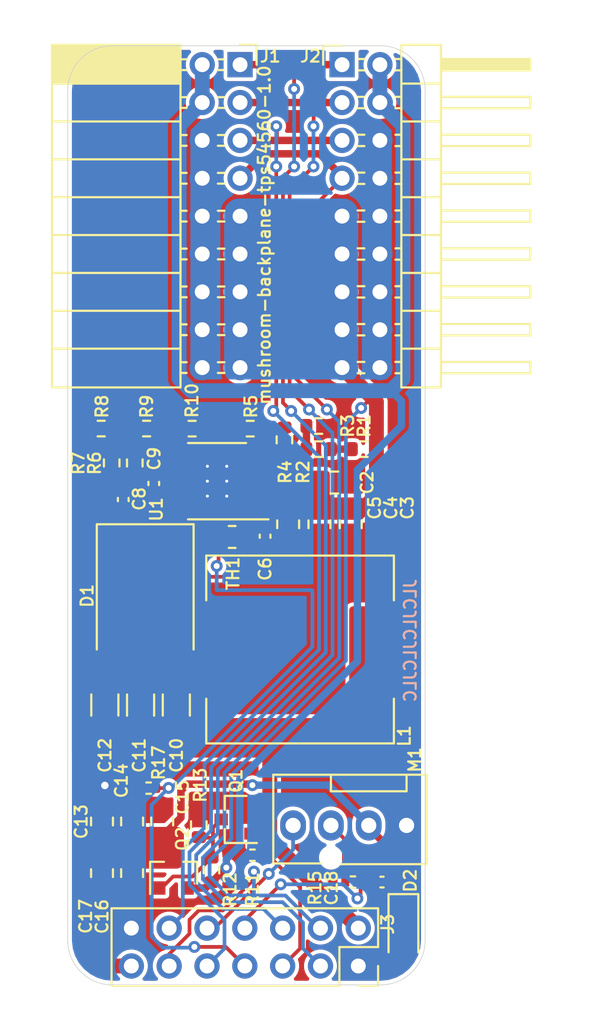
<source format=kicad_pcb>
(kicad_pcb (version 20171130) (host pcbnew "(5.1.9)-1")
  (layers (0 F.Cu signal) (31 B.Cu signal) (34 B.Paste user) (35 F.Paste user) (36 B.SilkS user) (37 F.SilkS user hide) (38 B.Mask user) (39 F.Mask user) (44 Edge.Cuts user))
  (net 0 "")
  (net 1 VIN)
  (net 2 GND)
  (net 3 "Net-(C6-Pad2)")
  (net 4 "Net-(C6-Pad1)")
  (net 5 "Net-(R1-Pad2)")
  (net 6 "Net-(R2-Pad2)")
  (net 7 "Net-(R4-Pad1)")
  (net 8 "Net-(R4-Pad2)")
  (net 9 "Net-(R6-Pad2)")
  (net 10 "Net-(R8-Pad2)")
  (net 11 FB)
  (net 12 "Net-(C9-Pad1)")
  (net 13 +12V)
  (net 14 SDA)
  (net 15 SCL)
  (net 16 "Net-(M1-Pad3)")
  (net 17 "Net-(Q1-Pad3)")
  (net 18 "Net-(C13-Pad2)")
  (net 19 STX)
  (net 20 SRX)
  (net 21 POWTMP)
  (net 22 FANFDB)
  (net 23 FANPWM)
  (net 24 FANDCC)
  (net 25 5VSMPS)
  (net 26 "Net-(C8-Pad1)")
  (module Resistor_SMD:R_0603_1608Metric (layer F.Cu) (at 96.8 120.76 90)
    (fp_text reference R13 (at 2.66 0.1 90) (layer F.SilkS) (effects (font (size 0.8 0.8))))
    (fp_text value 1.8k)
    (pad 1 smd roundrect (at -0.825 0 90) (size 0.8 0.95) (layers F.Cu F.Paste F.Mask) (net 17 "Net-(Q1-Pad3)"))
    (pad 2 smd roundrect (at 0.825 0 90) (size 0.8 0.95) (layers F.Cu F.Paste F.Mask) (net 2 GND))
  )
  (module Capacitor_SMD:C_0402_1005Metric (layer F.Cu) (at 101.25 101.4 270)
    (fp_text reference C6 (at 2.2 0 270) (layer F.SilkS) (effects (font (size 0.8 0.8))))
    (fp_text value 0.1uF)
    (pad 2 smd roundrect (at 0.48 0 270) (size 0.56 0.62) (layers F.Cu F.Paste F.Mask) (net 3 "Net-(C6-Pad2)"))
    (pad 1 smd roundrect (at -0.48 0 270) (size 0.56 0.62) (layers F.Cu F.Paste F.Mask) (net 4 "Net-(C6-Pad1)"))
  )
  (module Capacitor_SMD:C_0402_1005Metric (layer F.Cu) (at 91.725 98.94 270)
    (fp_text reference C8 (at -0.04 -1.075 90) (layer F.SilkS) (effects (font (size 0.8 0.8))))
    (fp_text value 4.7nF)
    (pad 1 smd roundrect (at -0.48 0 270) (size 0.56 0.62) (layers F.Cu F.Paste F.Mask) (net 26 "Net-(C8-Pad1)"))
    (pad 2 smd roundrect (at 0.48 0 270) (size 0.56 0.62) (layers F.Cu F.Paste F.Mask) (net 2 GND))
  )
  (module Capacitor_SMD:C_1206_3216Metric (layer F.Cu) (at 95.29 112.725 90)
    (fp_text reference C10 (at -3.375 0.01 270) (layer F.SilkS) (effects (font (size 0.8 0.8))))
    (fp_text value 47uF)
    (pad 2 smd roundrect (at 1.475 0 90) (size 1.15 1.8) (layers F.Cu F.Paste F.Mask) (roundrect_rratio 0.217391) (net 2 GND))
    (pad 1 smd roundrect (at -1.475 0 90) (size 1.15 1.8) (layers F.Cu F.Paste F.Mask) (roundrect_rratio 0.217391) (net 25 5VSMPS))
  )
  (module Capacitor_SMD:C_0402_1005Metric (layer F.Cu) (at 93.775 97.865 270)
    (fp_text reference C9 (at -1.665 -0.025 270) (layer F.SilkS) (effects (font (size 0.8 0.8))))
    (fp_text value 47pF)
    (pad 1 smd roundrect (at -0.48 0 270) (size 0.56 0.62) (layers F.Cu F.Paste F.Mask) (net 12 "Net-(C9-Pad1)"))
    (pad 2 smd roundrect (at 0.48 0 270) (size 0.56 0.62) (layers F.Cu F.Paste F.Mask) (net 2 GND))
  )
  (module Capacitor_SMD:C_1206_3216Metric (layer F.Cu) (at 92.89 112.73 90)
    (fp_text reference C11 (at -3.37 -0.09 270) (layer F.SilkS) (effects (font (size 0.8 0.8))))
    (fp_text value 47uF)
    (pad 1 smd roundrect (at -1.475 0 90) (size 1.15 1.8) (layers F.Cu F.Paste F.Mask) (roundrect_rratio 0.217391) (net 25 5VSMPS))
    (pad 2 smd roundrect (at 1.475 0 90) (size 1.15 1.8) (layers F.Cu F.Paste F.Mask) (roundrect_rratio 0.217391) (net 2 GND))
  )
  (module Capacitor_SMD:C_1206_3216Metric (layer F.Cu) (at 90.49 112.725 90)
    (fp_text reference C12 (at -3.375 0.01 270) (layer F.SilkS) (effects (font (size 0.8 0.8))))
    (fp_text value 47uF)
    (pad 2 smd roundrect (at 1.475 0 90) (size 1.15 1.8) (layers F.Cu F.Paste F.Mask) (roundrect_rratio 0.217391) (net 2 GND))
    (pad 1 smd roundrect (at -1.475 0 90) (size 1.15 1.8) (layers F.Cu F.Paste F.Mask) (roundrect_rratio 0.217391) (net 25 5VSMPS))
  )
  (module Diode_SMD:D_SMC (layer F.Cu) (at 93.2 105.4 270)
    (fp_text reference D1 (at 0 3.9 270) (layer F.SilkS) (effects (font (size 0.8 0.8))))
    (fp_text value B560C-13-F)
    (pad 1 smd rect (at -3.4 0) (size 3.3 2.5) (layers F.Cu F.Paste F.Mask) (net 3 "Net-(C6-Pad2)"))
    (pad 2 smd rect (at 3.4 0) (size 3.3 2.5) (layers F.Cu F.Paste F.Mask) (net 2 GND))
  )
  (module Inductor_SMD:L_12x12mm_H8mm (layer F.Cu) (at 103.6 109)
    (fp_text reference L1 (at 7 5.8 90) (layer F.SilkS) (effects (font (size 0.8 0.8))))
    (fp_text value 8.2uH)
    (pad 1 smd rect (at -4.95 0) (size 2.9 5.4) (layers F.Cu F.Paste F.Mask) (net 3 "Net-(C6-Pad2)"))
    (pad 2 smd rect (at 4.95 0) (size 2.9 5.4) (layers F.Cu F.Paste F.Mask) (net 25 5VSMPS))
  )
  (module Resistor_SMD:R_0603_1608Metric (layer F.Cu) (at 107.9 95.56 180)
    (fp_text reference R1 (at 0 1.56 90) (layer F.SilkS) (effects (font (size 0.8 0.8))))
    (fp_text value 430k)
    (pad 1 smd roundrect (at -0.825 0 180) (size 0.8 0.95) (layers F.Cu F.Paste F.Mask) (net 1 VIN))
    (pad 2 smd roundrect (at 0.825 0 180) (size 0.8 0.95) (layers F.Cu F.Paste F.Mask) (net 5 "Net-(R1-Pad2)"))
  )
  (module Resistor_SMD:R_0603_1608Metric (layer F.Cu) (at 104.85 95.56 180)
    (fp_text reference R2 (at 1.05 -1.54 90) (layer F.SilkS) (effects (font (size 0.8 0.8))))
    (fp_text value 11k)
    (pad 1 smd roundrect (at -0.825 0 180) (size 0.8 0.95) (layers F.Cu F.Paste F.Mask) (net 5 "Net-(R1-Pad2)"))
    (pad 2 smd roundrect (at 0.825 0 180) (size 0.8 0.95) (layers F.Cu F.Paste F.Mask) (net 6 "Net-(R2-Pad2)"))
  )
  (module Resistor_SMD:R_0603_1608Metric (layer F.Cu) (at 104.85 94.01)
    (fp_text reference R3 (at 1.95 -0.01 270) (layer F.SilkS) (effects (font (size 0.8 0.8))))
    (fp_text value 91k)
    (pad 2 smd roundrect (at 0.825 0) (size 0.8 0.95) (layers F.Cu F.Paste F.Mask) (net 2 GND))
    (pad 1 smd roundrect (at -0.825 0) (size 0.8 0.95) (layers F.Cu F.Paste F.Mask) (net 6 "Net-(R2-Pad2)"))
  )
  (module Resistor_SMD:R_0603_1608Metric (layer F.Cu) (at 102.55 94.935 90)
    (fp_text reference R4 (at -2.165 0.05 90) (layer F.SilkS) (effects (font (size 0.8 0.8))))
    (fp_text value 240k)
    (pad 1 smd roundrect (at -0.825 0 90) (size 0.8 0.95) (layers F.Cu F.Paste F.Mask) (net 7 "Net-(R4-Pad1)"))
    (pad 2 smd roundrect (at 0.825 0 90) (size 0.8 0.95) (layers F.Cu F.Paste F.Mask) (net 8 "Net-(R4-Pad2)"))
  )
  (module Resistor_SMD:R_0603_1608Metric (layer F.Cu) (at 100.25 94.185 180)
    (fp_text reference R5 (at -0.05 1.485 90) (layer F.SilkS) (effects (font (size 0.8 0.8))))
    (fp_text value 3.9k)
    (pad 2 smd roundrect (at 0.825 0 180) (size 0.8 0.95) (layers F.Cu F.Paste F.Mask) (net 2 GND))
    (pad 1 smd roundrect (at -0.825 0 180) (size 0.8 0.95) (layers F.Cu F.Paste F.Mask) (net 8 "Net-(R4-Pad2)"))
  )
  (module Resistor_SMD:R_0603_1608Metric (layer F.Cu) (at 92.5 96.485 90)
    (fp_text reference R6 (at -0.015 -2.7 270) (layer F.SilkS) (effects (font (size 0.8 0.8))))
    (fp_text value 16k)
    (pad 1 smd roundrect (at -0.825 0 90) (size 0.8 0.95) (layers F.Cu F.Paste F.Mask) (net 12 "Net-(C9-Pad1)"))
    (pad 2 smd roundrect (at 0.825 0 90) (size 0.8 0.95) (layers F.Cu F.Paste F.Mask) (net 9 "Net-(R6-Pad2)"))
  )
  (module Resistor_SMD:R_0603_1608Metric (layer F.Cu) (at 90.95 96.485 270)
    (fp_text reference R7 (at 0.015 2.25 270) (layer F.SilkS) (effects (font (size 0.8 0.8))))
    (fp_text value 820)
    (pad 2 smd roundrect (at 0.825 0 270) (size 0.8 0.95) (layers F.Cu F.Paste F.Mask) (net 26 "Net-(C8-Pad1)"))
    (pad 1 smd roundrect (at -0.825 0 270) (size 0.8 0.95) (layers F.Cu F.Paste F.Mask) (net 9 "Net-(R6-Pad2)"))
  )
  (module Resistor_SMD:R_0603_1608Metric (layer F.Cu) (at 90.245 94.18)
    (fp_text reference R8 (at 0.055 -1.48 90) (layer F.SilkS) (effects (font (size 0.8 0.8))))
    (fp_text value 110k)
    (pad 1 smd roundrect (at -0.825 0) (size 0.8 0.95) (layers F.Cu F.Paste F.Mask) (net 25 5VSMPS))
    (pad 2 smd roundrect (at 0.825 0) (size 0.8 0.95) (layers F.Cu F.Paste F.Mask) (net 10 "Net-(R8-Pad2)"))
  )
  (module Resistor_SMD:R_0603_1608Metric (layer F.Cu) (at 93.295 94.18)
    (fp_text reference R9 (at 0.005 -1.48 270) (layer F.SilkS) (effects (font (size 0.8 0.8))))
    (fp_text value 5.6k)
    (pad 2 smd roundrect (at 0.825 0) (size 0.8 0.95) (layers F.Cu F.Paste F.Mask) (net 11 FB))
    (pad 1 smd roundrect (at -0.825 0) (size 0.8 0.95) (layers F.Cu F.Paste F.Mask) (net 10 "Net-(R8-Pad2)"))
  )
  (module Resistor_SMD:R_0603_1608Metric (layer F.Cu) (at 96.35 94.185)
    (fp_text reference R10 (at -0.01 -1.885 90) (layer F.SilkS) (effects (font (size 0.8 0.8))))
    (fp_text value 22k)
    (pad 2 smd roundrect (at 0.825 0) (size 0.8 0.95) (layers F.Cu F.Paste F.Mask) (net 2 GND))
    (pad 1 smd roundrect (at -0.825 0) (size 0.8 0.95) (layers F.Cu F.Paste F.Mask) (net 11 FB))
  )
  (module Package_SO:SOIC-8-1EP_3.9x4.9mm_P1.27mm_EP2.29x3mm_ThermalVias (layer F.Cu) (at 98.025 97.71 180)
    (fp_text reference U1 (at 4.075 -1.89 90) (layer F.SilkS) (effects (font (size 0.8 0.8))))
    (fp_text value TPS54560)
    (pad 1 smd roundrect (at -2.475 -1.905 180) (size 1.95 0.6) (layers F.Cu F.Paste F.Mask) (net 4 "Net-(C6-Pad1)"))
    (pad 2 smd roundrect (at -2.475 -0.635 180) (size 1.95 0.6) (layers F.Cu F.Paste F.Mask) (net 1 VIN))
    (pad 3 smd roundrect (at -2.475 0.635 180) (size 1.95 0.6) (layers F.Cu F.Paste F.Mask) (net 6 "Net-(R2-Pad2)"))
    (pad 4 smd roundrect (at -2.475 1.905 180) (size 1.95 0.6) (layers F.Cu F.Paste F.Mask) (net 7 "Net-(R4-Pad1)"))
    (pad 5 smd roundrect (at 2.475 1.905 180) (size 1.95 0.6) (layers F.Cu F.Paste F.Mask) (net 11 FB))
    (pad 6 smd roundrect (at 2.475 0.635 180) (size 1.95 0.6) (layers F.Cu F.Paste F.Mask) (net 12 "Net-(C9-Pad1)"))
    (pad 7 smd roundrect (at 2.475 -0.635 180) (size 1.95 0.6) (layers F.Cu F.Paste F.Mask) (net 2 GND))
    (pad 8 smd roundrect (at 2.475 -1.905 180) (size 1.95 0.6) (layers F.Cu F.Paste F.Mask) (net 3 "Net-(C6-Pad2)"))
    (pad 9 smd rect (at 0 0 180) (size 2.29 3) (layers F.Cu F.Mask) (net 2 GND))
    (pad 9 thru_hole circle (at -0.65 -1 180) (size 0.5 0.5) (drill 0.2) (layers *.Cu) (net 2 GND))
    (pad 9 thru_hole circle (at 0.65 -1 180) (size 0.5 0.5) (drill 0.2) (layers *.Cu) (net 2 GND))
    (pad 9 thru_hole circle (at -0.65 0 180) (size 0.5 0.5) (drill 0.2) (layers *.Cu) (net 2 GND))
    (pad 9 thru_hole circle (at 0.65 0 180) (size 0.5 0.5) (drill 0.2) (layers *.Cu) (net 2 GND))
    (pad 9 thru_hole circle (at -0.65 1 180) (size 0.5 0.5) (drill 0.2) (layers *.Cu) (net 2 GND))
    (pad 9 thru_hole circle (at 0.65 1 180) (size 0.5 0.5) (drill 0.2) (layers *.Cu) (net 2 GND))
    (pad 9 smd rect (at 0 0 180) (size 1.8 2.5) (layers B.Cu) (net 2 GND))
  )
  (module Connector:FanPinHeader_1x04_P2.54mm_Vertical (layer F.Cu) (at 110.75 120.8 180)
    (fp_text reference M1 (at -0.55 4.4 90) (layer F.SilkS) (effects (font (size 0.8 0.8))))
    (fp_text value "KK 254")
    (pad 1 thru_hole rect (at 0 0 270) (size 2.03 1.73) (drill 1.02) (layers *.Cu *.Mask) (net 2 GND))
    (pad 2 thru_hole oval (at 2.54 0 270) (size 2.03 1.73) (drill 1.02) (layers *.Cu *.Mask) (net 18 "Net-(C13-Pad2)"))
    (pad 3 thru_hole oval (at 5.08 0 270) (size 2.03 1.73) (drill 1.02) (layers *.Cu *.Mask) (net 16 "Net-(M1-Pad3)"))
    (pad 4 thru_hole oval (at 7.62 0 270) (size 2.03 1.73) (drill 1.02) (layers *.Cu *.Mask) (net 23 FANPWM))
    (pad "" np_thru_hole circle (at 5.08 -2.16 270) (size 1.1 1.1) (drill 1.1) (layers *.Cu *.Mask))
  )
  (module Package_TO_SOT_SMD:SOT-23 (layer F.Cu) (at 99.3 120.4 180)
    (fp_text reference Q1 (at 0 2.6 90) (layer F.SilkS) (effects (font (size 0.8 0.8))))
    (fp_text value AO3400A)
    (pad 3 smd rect (at 1 0 180) (size 0.9 0.8) (layers F.Cu F.Paste F.Mask) (net 17 "Net-(Q1-Pad3)"))
    (pad 2 smd rect (at -1 0.95 180) (size 0.9 0.8) (layers F.Cu F.Paste F.Mask) (net 2 GND))
    (pad 1 smd rect (at -1 -0.95 180) (size 0.9 0.8) (layers F.Cu F.Paste F.Mask) (net 24 FANDCC))
  )
  (module Package_TO_SOT_SMD:SOT-23 (layer F.Cu) (at 95.11 124 90)
    (fp_text reference Q2 (at 2.3 0.59 90) (layer F.SilkS) (effects (font (size 0.8 0.8))))
    (fp_text value SI2301CDS-T1-GE3)
    (pad 1 smd rect (at -1 -0.95 90) (size 0.9 0.8) (layers F.Cu F.Paste F.Mask) (net 17 "Net-(Q1-Pad3)"))
    (pad 2 smd rect (at -1 0.95 90) (size 0.9 0.8) (layers F.Cu F.Paste F.Mask) (net 13 +12V))
    (pad 3 smd rect (at 1 0 90) (size 0.9 0.8) (layers F.Cu F.Paste F.Mask) (net 18 "Net-(C13-Pad2)"))
  )
  (module Resistor_SMD:R_0402_1005Metric (layer F.Cu) (at 107.15 124.6)
    (fp_text reference R15 (at -2.55 0.4 90) (layer F.SilkS) (effects (font (size 0.8 0.8))))
    (fp_text value 10k)
    (pad 1 smd roundrect (at -0.51 0) (size 0.54 0.64) (layers F.Cu F.Paste F.Mask) (net 16 "Net-(M1-Pad3)"))
    (pad 2 smd roundrect (at 0.51 0) (size 0.54 0.64) (layers F.Cu F.Paste F.Mask) (net 22 FANFDB))
  )
  (module Capacitor_SMD:C_0805_2012Metric (layer F.Cu) (at 90.3 120.536 270)
    (fp_text reference C13 (at 0.014 1.4 270) (layer F.SilkS) (effects (font (size 0.8 0.8))))
    (fp_text value 22uF)
    (pad 1 smd roundrect (at -0.95 0 270) (size 1 1.45) (layers F.Cu F.Paste F.Mask) (net 2 GND))
    (pad 2 smd roundrect (at 0.95 0 270) (size 1 1.45) (layers F.Cu F.Paste F.Mask) (net 18 "Net-(C13-Pad2)"))
  )
  (module Capacitor_SMD:C_0805_2012Metric (layer F.Cu) (at 92.32 120.536 270)
    (fp_text reference C14 (at -2.736 0.72 270) (layer F.SilkS) (effects (font (size 0.8 0.8))))
    (fp_text value 22uF)
    (pad 1 smd roundrect (at -0.95 0 270) (size 1 1.45) (layers F.Cu F.Paste F.Mask) (net 2 GND))
    (pad 2 smd roundrect (at 0.95 0 270) (size 1 1.45) (layers F.Cu F.Paste F.Mask) (net 18 "Net-(C13-Pad2)"))
  )
  (module Capacitor_SMD:C_0805_2012Metric (layer F.Cu) (at 94.34 120.536 270)
    (fp_text reference C15 (at -1.636 -1.36 270) (layer F.SilkS) (effects (font (size 0.8 0.8))))
    (fp_text value 22uF)
    (pad 2 smd roundrect (at 0.95 0 270) (size 1 1.45) (layers F.Cu F.Paste F.Mask) (net 18 "Net-(C13-Pad2)"))
    (pad 1 smd roundrect (at -0.95 0 270) (size 1 1.45) (layers F.Cu F.Paste F.Mask) (net 2 GND))
  )
  (module Capacitor_SMD:C_0805_2012Metric (layer F.Cu) (at 92.32 124 90)
    (fp_text reference C16 (at -2.914 -2.02 90) (layer F.SilkS) (effects (font (size 0.8 0.8))))
    (fp_text value 22uF)
    (pad 1 smd roundrect (at -0.95 0 90) (size 1 1.45) (layers F.Cu F.Paste F.Mask) (net 2 GND))
    (pad 2 smd roundrect (at 0.95 0 90) (size 1 1.45) (layers F.Cu F.Paste F.Mask) (net 18 "Net-(C13-Pad2)"))
  )
  (module Capacitor_SMD:C_0805_2012Metric (layer F.Cu) (at 90.3 124 90)
    (fp_text reference C17 (at -2.9 -1.1 270) (layer F.SilkS) (effects (font (size 0.8 0.8))))
    (fp_text value 22uF)
    (pad 2 smd roundrect (at 0.95 0 90) (size 1 1.45) (layers F.Cu F.Paste F.Mask) (net 18 "Net-(C13-Pad2)"))
    (pad 1 smd roundrect (at -0.95 0 90) (size 1 1.45) (layers F.Cu F.Paste F.Mask) (net 2 GND))
  )
  (module Resistor_SMD:R_0402_1005Metric (layer F.Cu) (at 93.43 118.3 180)
    (fp_text reference R17 (at -0.67 1.7 90) (layer F.SilkS) (effects (font (size 0.8 0.8))))
    (fp_text value 10k)
    (pad 2 smd roundrect (at 0.51 0 180) (size 0.54 0.64) (layers F.Cu F.Paste F.Mask) (net 2 GND))
    (pad 1 smd roundrect (at -0.51 0 180) (size 0.54 0.64) (layers F.Cu F.Paste F.Mask) (net 21 POWTMP))
  )
  (module Resistor_SMD:R_0805_2012Metric (layer F.Cu) (at 99.0375 101.45 180)
    (fp_text reference TH1 (at -0.0625 -2.45 90) (layer F.SilkS) (effects (font (size 0.8 0.8))))
    (fp_text value CMFB103F3950FANT)
    (pad 1 smd roundrect (at -0.9125 0 180) (size 1.025 1.4) (layers F.Cu F.Paste F.Mask) (roundrect_rratio 0.243902) (net 2 GND))
    (pad 2 smd roundrect (at 0.9125 0 180) (size 1.025 1.4) (layers F.Cu F.Paste F.Mask) (roundrect_rratio 0.243902) (net 21 POWTMP))
  )
  (module Capacitor_SMD:C_0402_1005Metric (layer F.Cu) (at 109.1 124.6)
    (fp_text reference C18 (at -3.4 0.4 90) (layer F.SilkS) (effects (font (size 0.8 0.8))))
    (fp_text value 6.8nF)
    (pad 1 smd roundrect (at -0.48 0) (size 0.56 0.62) (layers F.Cu F.Paste F.Mask) (net 22 FANFDB))
    (pad 2 smd roundrect (at 0.48 0) (size 0.56 0.62) (layers F.Cu F.Paste F.Mask) (net 2 GND))
  )
  (module Resistor_SMD:R_0402_1005Metric (layer F.Cu) (at 100.4 122.8 180)
    (fp_text reference R11 (at 0 -2.3 90) (layer F.SilkS) (effects (font (size 0.8 0.8))))
    (fp_text value 10k)
    (pad 1 smd roundrect (at -0.51 0 180) (size 0.54 0.64) (layers F.Cu F.Paste F.Mask) (net 24 FANDCC))
    (pad 2 smd roundrect (at 0.51 0 180) (size 0.54 0.64) (layers F.Cu F.Paste F.Mask) (net 2 GND))
  )
  (module Capacitor_SMD:C_0805_2012Metric (layer F.Cu) (at 105.9 97.8)
    (fp_text reference C2 (at 2.2 0 90) (layer F.SilkS) (effects (font (size 0.8 0.8))))
    (fp_text value 2.2uF)
    (pad 2 smd roundrect (at 0.95 0) (size 1 1.45) (layers F.Cu F.Paste F.Mask) (net 2 GND))
    (pad 1 smd roundrect (at -0.95 0) (size 1 1.45) (layers F.Cu F.Paste F.Mask) (net 1 VIN))
  )
  (module Capacitor_SMD:C_0805_2012Metric (layer F.Cu) (at 107 100.6 270)
    (fp_text reference C3 (at -1.1 -3.8 90) (layer F.SilkS) (effects (font (size 0.8 0.8))))
    (fp_text value 2.2uF)
    (pad 1 smd roundrect (at -0.95 0 270) (size 1 1.45) (layers F.Cu F.Paste F.Mask) (net 1 VIN))
    (pad 2 smd roundrect (at 0.95 0 270) (size 1 1.45) (layers F.Cu F.Paste F.Mask) (net 2 GND))
  )
  (module Capacitor_SMD:C_0805_2012Metric (layer F.Cu) (at 104.9 100.6 270)
    (fp_text reference C4 (at -1.1 -4.8 90) (layer F.SilkS) (effects (font (size 0.8 0.8))))
    (fp_text value 2.2uF)
    (pad 2 smd roundrect (at 0.95 0 270) (size 1 1.45) (layers F.Cu F.Paste F.Mask) (net 2 GND))
    (pad 1 smd roundrect (at -0.95 0 270) (size 1 1.45) (layers F.Cu F.Paste F.Mask) (net 1 VIN))
  )
  (module Capacitor_SMD:C_0805_2012Metric (layer F.Cu) (at 102.8 100.6 270)
    (fp_text reference C5 (at -1.1 -5.8 90) (layer F.SilkS) (effects (font (size 0.8 0.8))))
    (fp_text value 2.2uF)
    (pad 1 smd roundrect (at -0.95 0 270) (size 1 1.45) (layers F.Cu F.Paste F.Mask) (net 1 VIN))
    (pad 2 smd roundrect (at 0.95 0 270) (size 1 1.45) (layers F.Cu F.Paste F.Mask) (net 2 GND))
  )
  (module Diode_SMD:D_SOD-123 (layer F.Cu) (at 110.54 127.66 270)
    (fp_text reference D2 (at -3.16 -0.46 90) (layer F.SilkS) (effects (font (size 0.8 0.8))))
    (fp_text value B5819W)
    (pad 1 smd rect (at -1.65 0 270) (size 0.9 1.2) (layers F.Cu F.Paste F.Mask) (net 18 "Net-(C13-Pad2)"))
    (pad 2 smd rect (at 1.65 0 270) (size 0.9 1.2) (layers F.Cu F.Paste F.Mask) (net 2 GND))
  )
  (module Resistor_SMD:R_0603_1608Metric (layer F.Cu) (at 97.65 123.78 90)
    (fp_text reference R12 (at -1.32 1.25 90) (layer F.SilkS) (effects (font (size 0.8 0.8))))
    (fp_text value 1k)
    (pad 2 smd roundrect (at 0.825 0 90) (size 0.8 0.95) (layers F.Cu F.Paste F.Mask) (net 17 "Net-(Q1-Pad3)"))
    (pad 1 smd roundrect (at -0.825 0 90) (size 0.8 0.95) (layers F.Cu F.Paste F.Mask) (net 13 +12V))
  )
  (module Connector_PinSocket_2.54mm:PinSocket_2x07_P2.54mm_Vertical (layer F.Cu) (at 107.51 130.23 270)
    (fp_text reference J3 (at -2.81 -1.97 90) (layer F.SilkS) (effects (font (size 0.8 0.8))))
    (fp_text value BACKPLANE)
    (pad 1 thru_hole rect (at 0 0 270) (size 1.7 1.7) (drill 1) (layers *.Cu *.Mask) (net 2 GND))
    (pad 2 thru_hole oval (at -2.54 0 270) (size 1.7 1.7) (drill 1) (layers *.Cu *.Mask) (net 25 5VSMPS))
    (pad 3 thru_hole oval (at 0 2.54 270) (size 1.7 1.7) (drill 1) (layers *.Cu *.Mask) (net 15 SCL))
    (pad 4 thru_hole oval (at -2.54 2.54 270) (size 1.7 1.7) (drill 1) (layers *.Cu *.Mask) (net 1 VIN))
    (pad 5 thru_hole oval (at 0 5.08 270) (size 1.7 1.7) (drill 1) (layers *.Cu *.Mask) (net 24 FANDCC))
    (pad 6 thru_hole oval (at -2.54 5.08 270) (size 1.7 1.7) (drill 1) (layers *.Cu *.Mask) (net 20 SRX))
    (pad 7 thru_hole oval (at 0 7.62 270) (size 1.7 1.7) (drill 1) (layers *.Cu *.Mask) (net 21 POWTMP))
    (pad 8 thru_hole oval (at -2.54 7.62 270) (size 1.7 1.7) (drill 1) (layers *.Cu *.Mask) (net 22 FANFDB))
    (pad 9 thru_hole oval (at 0 10.16 270) (size 1.7 1.7) (drill 1) (layers *.Cu *.Mask) (net 19 STX))
    (pad 10 thru_hole oval (at -2.54 10.16 270) (size 1.7 1.7) (drill 1) (layers *.Cu *.Mask) (net 23 FANPWM))
    (pad 11 thru_hole oval (at 0 12.7 270) (size 1.7 1.7) (drill 1) (layers *.Cu *.Mask) (net 1 VIN))
    (pad 12 thru_hole oval (at -2.54 12.7 270) (size 1.7 1.7) (drill 1) (layers *.Cu *.Mask) (net 14 SDA))
    (pad 13 thru_hole oval (at 0 15.24 270) (size 1.7 1.7) (drill 1) (layers *.Cu *.Mask) (net 25 5VSMPS))
    (pad 14 thru_hole oval (at -2.54 15.24 270) (size 1.7 1.7) (drill 1) (layers *.Cu *.Mask) (net 2 GND))
  )
  (module Connector_PinSocket_2.54mm:PinSocket_2x09_P2.54mm_Horizontal (layer F.Cu) (at 99.57 69.77)
    (fp_text reference J1 (at 2.03 -0.57) (layer F.SilkS) (effects (font (size 0.8 0.8))))
    (fp_text value BUSOUT)
    (pad 1 thru_hole rect (at 0 0) (size 1.7 1.7) (drill 1) (layers *.Cu *.Mask) (net 19 STX))
    (pad 2 thru_hole oval (at -2.54 0) (size 1.7 1.7) (drill 1) (layers *.Cu *.Mask) (net 13 +12V))
    (pad 3 thru_hole oval (at 0 2.54) (size 1.7 1.7) (drill 1) (layers *.Cu *.Mask) (net 20 SRX))
    (pad 4 thru_hole oval (at -2.54 2.54) (size 1.7 1.7) (drill 1) (layers *.Cu *.Mask) (net 13 +12V))
    (pad 5 thru_hole oval (at 0 5.08) (size 1.7 1.7) (drill 1) (layers *.Cu *.Mask) (net 14 SDA))
    (pad 6 thru_hole oval (at -2.54 5.08) (size 1.7 1.7) (drill 1) (layers *.Cu *.Mask) (net 2 GND))
    (pad 7 thru_hole oval (at 0 7.62) (size 1.7 1.7) (drill 1) (layers *.Cu *.Mask) (net 15 SCL))
    (pad 8 thru_hole oval (at -2.54 7.62) (size 1.7 1.7) (drill 1) (layers *.Cu *.Mask) (net 2 GND))
    (pad 9 thru_hole oval (at 0 10.16) (size 1.7 1.7) (drill 1) (layers *.Cu *.Mask) (net 1 VIN))
    (pad 10 thru_hole oval (at -2.54 10.16) (size 1.7 1.7) (drill 1) (layers *.Cu *.Mask) (net 2 GND))
    (pad 11 thru_hole oval (at 0 12.7) (size 1.7 1.7) (drill 1) (layers *.Cu *.Mask) (net 1 VIN))
    (pad 12 thru_hole oval (at -2.54 12.7) (size 1.7 1.7) (drill 1) (layers *.Cu *.Mask) (net 2 GND))
    (pad 13 thru_hole oval (at 0 15.24) (size 1.7 1.7) (drill 1) (layers *.Cu *.Mask) (net 1 VIN))
    (pad 14 thru_hole oval (at -2.54 15.24) (size 1.7 1.7) (drill 1) (layers *.Cu *.Mask) (net 2 GND))
    (pad 15 thru_hole oval (at 0 17.78) (size 1.7 1.7) (drill 1) (layers *.Cu *.Mask) (net 1 VIN))
    (pad 16 thru_hole oval (at -2.54 17.78) (size 1.7 1.7) (drill 1) (layers *.Cu *.Mask) (net 2 GND))
    (pad 17 thru_hole oval (at 0 20.32) (size 1.7 1.7) (drill 1) (layers *.Cu *.Mask) (net 1 VIN))
    (pad 18 thru_hole oval (at -2.54 20.32) (size 1.7 1.7) (drill 1) (layers *.Cu *.Mask) (net 2 GND))
  )
  (module Connector_PinHeader_2.54mm:PinHeader_2x09_P2.54mm_Horizontal (layer F.Cu) (at 106.42 69.77)
    (fp_text reference J2 (at -2.12 -0.57) (layer F.SilkS) (effects (font (size 0.8 0.8))))
    (fp_text value BUSIN)
    (pad 1 thru_hole rect (at 0 0) (size 1.7 1.7) (drill 1) (layers *.Cu *.Mask) (net 19 STX))
    (pad 2 thru_hole oval (at 2.54 0) (size 1.7 1.7) (drill 1) (layers *.Cu *.Mask) (net 13 +12V))
    (pad 3 thru_hole oval (at 0 2.54) (size 1.7 1.7) (drill 1) (layers *.Cu *.Mask) (net 20 SRX))
    (pad 4 thru_hole oval (at 2.54 2.54) (size 1.7 1.7) (drill 1) (layers *.Cu *.Mask) (net 13 +12V))
    (pad 5 thru_hole oval (at 0 5.08) (size 1.7 1.7) (drill 1) (layers *.Cu *.Mask) (net 14 SDA))
    (pad 6 thru_hole oval (at 2.54 5.08) (size 1.7 1.7) (drill 1) (layers *.Cu *.Mask) (net 2 GND))
    (pad 7 thru_hole oval (at 0 7.62) (size 1.7 1.7) (drill 1) (layers *.Cu *.Mask) (net 15 SCL))
    (pad 8 thru_hole oval (at 2.54 7.62) (size 1.7 1.7) (drill 1) (layers *.Cu *.Mask) (net 2 GND))
    (pad 9 thru_hole oval (at 0 10.16) (size 1.7 1.7) (drill 1) (layers *.Cu *.Mask) (net 1 VIN))
    (pad 10 thru_hole oval (at 2.54 10.16) (size 1.7 1.7) (drill 1) (layers *.Cu *.Mask) (net 2 GND))
    (pad 11 thru_hole oval (at 0 12.7) (size 1.7 1.7) (drill 1) (layers *.Cu *.Mask) (net 1 VIN))
    (pad 12 thru_hole oval (at 2.54 12.7) (size 1.7 1.7) (drill 1) (layers *.Cu *.Mask) (net 2 GND))
    (pad 13 thru_hole oval (at 0 15.24) (size 1.7 1.7) (drill 1) (layers *.Cu *.Mask) (net 1 VIN))
    (pad 14 thru_hole oval (at 2.54 15.24) (size 1.7 1.7) (drill 1) (layers *.Cu *.Mask) (net 2 GND))
    (pad 15 thru_hole oval (at 0 17.78) (size 1.7 1.7) (drill 1) (layers *.Cu *.Mask) (net 1 VIN))
    (pad 16 thru_hole oval (at 2.54 17.78) (size 1.7 1.7) (drill 1) (layers *.Cu *.Mask) (net 2 GND))
    (pad 17 thru_hole oval (at 0 20.32) (size 1.7 1.7) (drill 1) (layers *.Cu *.Mask) (net 1 VIN))
    (pad 18 thru_hole oval (at 2.54 20.32) (size 1.7 1.7) (drill 1) (layers *.Cu *.Mask) (net 2 GND))
  )
  (gr_text mushroom-backplane-tps54560-1.0 (at 101.2 81.2 90) (layer F.SilkS) (effects (font (size 0.8 0.8))))
  (gr_text JLCJLCJLCJLC (at 111 108.4 90) (layer B.SilkS) (effects (font (size 0.8 0.8)) (justify mirror)))
  (gr_arc (start 91 128.5) (end 88 128.5) (angle -90) (layer Edge.Cuts) (width 0.05))
  (gr_arc (start 109 128.5) (end 109 131.5) (angle -90) (layer Edge.Cuts) (width 0.05))
  (gr_arc (start 91 71.5) (end 91 68.5) (angle -90) (layer Edge.Cuts) (width 0.05))
  (gr_arc (start 109 71.5) (end 112 71.5) (angle -90) (layer Edge.Cuts) (width 0.05))
  (gr_line (start 88 128.5) (end 88 71.5) (layer Edge.Cuts) (width 0.05))
  (gr_line (start 109 131.5) (end 91 131.5) (layer Edge.Cuts) (width 0.05))
  (gr_line (start 112 71.5) (end 112 128.5) (layer Edge.Cuts) (width 0.05))
  (gr_line (start 91 68.5) (end 109 68.5) (layer Edge.Cuts) (width 0.05))
  (via (at 100.5 123.9) (size 0.8) (drill 0.4) (layers F.Cu B.Cu) (net 1))
  (segment (start 104.97 127.66459) (end 104.97 127.69) (width 0.25) (layer B.Cu) (net 1))
  (segment (start 104.805412 127.69) (end 104.97 127.69) (width 0.25) (layer B.Cu) (net 1))
  (segment (start 102.615393 125.499981) (end 104.805412 127.69) (width 0.25) (layer B.Cu) (net 1))
  (segment (start 98.41359 126.5) (end 100.5 124.41359) (width 0.25) (layer F.Cu) (net 1))
  (segment (start 96.800998 126.5) (end 98.41359 126.5) (width 0.25) (layer F.Cu) (net 1))
  (segment (start 96.174999 127.125999) (end 96.800998 126.5) (width 0.25) (layer F.Cu) (net 1))
  (segment (start 96.174999 128.064003) (end 96.174999 127.125999) (width 0.25) (layer F.Cu) (net 1))
  (segment (start 100.5 124.41359) (end 100.5 123.9) (width 0.25) (layer F.Cu) (net 1))
  (segment (start 94.81 129.429002) (end 96.174999 128.064003) (width 0.25) (layer F.Cu) (net 1))
  (segment (start 94.81 130.23) (end 94.81 129.429002) (width 0.25) (layer F.Cu) (net 1))
  (segment (start 100.5 125.499962) (end 100.499981 125.499981) (width 0.25) (layer B.Cu) (net 1))
  (segment (start 100.5 123.9) (end 100.5 125.499962) (width 0.25) (layer B.Cu) (net 1))
  (segment (start 100.499981 125.499981) (end 102.615393 125.499981) (width 0.25) (layer B.Cu) (net 1))
  (segment (start 106.4 87.57) (end 106.42 87.55) (width 1) (layer F.Cu) (net 1))
  (segment (start 108.6 93) (end 108.725 93.125) (width 0.25) (layer F.Cu) (net 1))
  (segment (start 108.725 93.125) (end 108.725 92.395) (width 1) (layer F.Cu) (net 1))
  (segment (start 108.725 95.56) (end 108.725 93.125) (width 1) (layer F.Cu) (net 1))
  (segment (start 98.974989 117.453823) (end 106.674991 109.753821) (width 0.25) (layer B.Cu) (net 1))
  (segment (start 98.974989 121.704009) (end 98.974989 117.453823) (width 0.25) (layer B.Cu) (net 1))
  (segment (start 97.525029 123.153969) (end 98.974989 121.704009) (width 0.25) (layer B.Cu) (net 1))
  (segment (start 98.799981 125.499981) (end 97.525029 124.225029) (width 0.25) (layer B.Cu) (net 1))
  (segment (start 97.525029 124.225029) (end 97.525029 123.153969) (width 0.25) (layer B.Cu) (net 1))
  (segment (start 100.499981 125.499981) (end 98.799981 125.499981) (width 0.25) (layer B.Cu) (net 1))
  (via (at 107.7 92.8) (size 0.8) (drill 0.4) (layers F.Cu B.Cu) (net 1))
  (segment (start 106.674991 93.825009) (end 107.7 92.8) (width 0.25) (layer B.Cu) (net 1))
  (segment (start 106.674991 97.074991) (end 106.674991 93.825009) (width 0.25) (layer B.Cu) (net 1))
  (segment (start 106.674991 109.753821) (end 106.674991 97.074991) (width 0.25) (layer B.Cu) (net 1))
  (segment (start 107.7 92.8) (end 108.415 92.085) (width 0.25) (layer F.Cu) (net 1))
  (segment (start 108.415 92.085) (end 106.42 90.09) (width 1) (layer F.Cu) (net 1))
  (segment (start 108.725 92.395) (end 108.415 92.085) (width 1) (layer F.Cu) (net 1))
  (segment (start 108.725 97.925) (end 108.725 95.56) (width 1) (layer F.Cu) (net 1))
  (segment (start 108.725 98.65) (end 108.725 97.925) (width 1) (layer F.Cu) (net 1))
  (segment (start 107.725 99.65) (end 108.725 98.65) (width 1) (layer F.Cu) (net 1))
  (segment (start 107 99.65) (end 107.725 99.65) (width 1) (layer F.Cu) (net 1))
  (via (at 90.49 118.12) (size 1) (drill 0.5) (layers F.Cu B.Cu) (net 2))
  (segment (start 95.6 99.665) (end 95.55 99.615) (width 0.5) (layer F.Cu) (net 3))
  (segment (start 93.67501 102.47501) (end 93.2 102) (width 0.25) (layer F.Cu) (net 3))
  (segment (start 101.25 101.88) (end 100.65499 102.47501) (width 0.25) (layer F.Cu) (net 3))
  (segment (start 99.004999 104.125001) (end 96.125001 104.125001) (width 0.25) (layer F.Cu) (net 3))
  (segment (start 100.65499 102.47501) (end 99.004999 104.125001) (width 0.25) (layer F.Cu) (net 3))
  (segment (start 101.25 100.365) (end 100.5 99.615) (width 0.5) (layer F.Cu) (net 4))
  (segment (start 101.25 100.92) (end 101.25 100.365) (width 0.5) (layer F.Cu) (net 4))
  (segment (start 105.675 95.56) (end 107.075 95.56) (width 0.5) (layer F.Cu) (net 5))
  (segment (start 104.025 96.035) (end 104.025 95.56) (width 0.5) (layer F.Cu) (net 6))
  (segment (start 102.985 97.075) (end 104.025 96.035) (width 0.5) (layer F.Cu) (net 6))
  (segment (start 100.5 97.075) (end 102.985 97.075) (width 0.5) (layer F.Cu) (net 6))
  (segment (start 104.025 94.16) (end 104.1 94.085) (width 0.5) (layer F.Cu) (net 6))
  (segment (start 104.025 95.56) (end 104.025 94.16) (width 0.5) (layer F.Cu) (net 6))
  (segment (start 100.545 95.76) (end 100.5 95.805) (width 0.5) (layer F.Cu) (net 7))
  (segment (start 102.55 95.76) (end 100.545 95.76) (width 0.5) (layer F.Cu) (net 7))
  (segment (start 101.15 94.11) (end 101.075 94.185) (width 0.5) (layer F.Cu) (net 8))
  (segment (start 102.55 94.11) (end 101.15 94.11) (width 0.5) (layer F.Cu) (net 8))
  (segment (start 90.95 95.66) (end 92.5 95.66) (width 0.5) (layer F.Cu) (net 9))
  (segment (start 92.47 94.18) (end 91.07 94.18) (width 0.5) (layer F.Cu) (net 10))
  (segment (start 95.55 94.21) (end 95.525 94.185) (width 0.5) (layer F.Cu) (net 11))
  (segment (start 95.55 95.805) (end 95.55 94.21) (width 0.5) (layer F.Cu) (net 11))
  (segment (start 94.125 94.185) (end 94.05 94.26) (width 0.5) (layer F.Cu) (net 11))
  (segment (start 95.525 94.185) (end 94.125 94.185) (width 0.5) (layer F.Cu) (net 11))
  (segment (start 94.085 97.075) (end 93.775 97.385) (width 0.5) (layer F.Cu) (net 12))
  (segment (start 95.55 97.075) (end 94.085 97.075) (width 0.5) (layer F.Cu) (net 12))
  (segment (start 92.575 97.385) (end 92.5 97.31) (width 0.5) (layer F.Cu) (net 12))
  (segment (start 93.775 97.385) (end 92.575 97.385) (width 0.5) (layer F.Cu) (net 12))
  (segment (start 109.084002 72.31) (end 108.96 72.31) (width 1.5) (layer B.Cu) (net 13))
  (segment (start 96.905998 72.31) (end 97.03 72.31) (width 1.5) (layer B.Cu) (net 13))
  (segment (start 97.03 69.77) (end 97.03 72.31) (width 1) (layer B.Cu) (net 13))
  (segment (start 108.96 69.77) (end 108.96 72.31) (width 1) (layer B.Cu) (net 13))
  (via (at 98.65 123.63) (size 0.8) (drill 0.4) (layers F.Cu B.Cu) (net 13))
  (segment (start 97.675 124.605) (end 98.65 123.63) (width 0.5) (layer F.Cu) (net 13))
  (segment (start 97.65 124.605) (end 97.675 124.605) (width 0.5) (layer F.Cu) (net 13))
  (segment (start 97.255 125) (end 97.65 124.605) (width 0.5) (layer F.Cu) (net 13))
  (segment (start 96.06 125) (end 97.255 125) (width 0.5) (layer F.Cu) (net 13))
  (segment (start 109.704001 91.640001) (end 110.510001 90.834001) (width 1) (layer B.Cu) (net 13))
  (segment (start 110.510001 90.834001) (end 110.510001 73.860001) (width 1) (layer B.Cu) (net 13))
  (segment (start 95.479999 90.834001) (end 96.285999 91.640001) (width 1) (layer B.Cu) (net 13))
  (segment (start 95.479999 73.860001) (end 95.479999 90.834001) (width 1) (layer B.Cu) (net 13))
  (segment (start 110.510001 73.860001) (end 108.96 72.31) (width 1) (layer B.Cu) (net 13))
  (segment (start 97.03 72.31) (end 95.479999 73.860001) (width 1) (layer B.Cu) (net 13))
  (segment (start 107.450001 91.649999) (end 107.459999 91.640001) (width 0.5) (layer B.Cu) (net 13))
  (segment (start 99.549999 117.691999) (end 107.450001 109.791997) (width 0.5) (layer B.Cu) (net 13))
  (segment (start 99.549999 122.154305) (end 99.549999 117.691999) (width 0.5) (layer B.Cu) (net 13))
  (segment (start 98.65 123.054304) (end 99.549999 122.154305) (width 0.5) (layer B.Cu) (net 13))
  (segment (start 107.459999 91.640001) (end 109.704001 91.640001) (width 1) (layer B.Cu) (net 13))
  (segment (start 98.65 123.63) (end 98.65 123.054304) (width 0.5) (layer B.Cu) (net 13))
  (segment (start 107.440003 91.640001) (end 107.450001 91.649999) (width 1) (layer B.Cu) (net 13))
  (segment (start 96.285999 91.640001) (end 107.440003 91.640001) (width 1) (layer B.Cu) (net 13))
  (segment (start 107.450001 96.949999) (end 110.4 94) (width 0.5) (layer B.Cu) (net 13))
  (segment (start 107.450001 109.791997) (end 107.450001 96.949999) (width 0.5) (layer B.Cu) (net 13))
  (segment (start 110.4 92.336) (end 109.704001 91.640001) (width 0.5) (layer B.Cu) (net 13))
  (segment (start 110.4 94) (end 110.4 92.336) (width 0.5) (layer B.Cu) (net 13))
  (via (at 102 73.9) (size 0.8) (drill 0.4) (layers F.Cu B.Cu) (net 14))
  (segment (start 102.05 73.95) (end 102 73.9) (width 0.25) (layer F.Cu) (net 14))
  (segment (start 102.05 74.85) (end 102.05 73.95) (width 0.25) (layer F.Cu) (net 14))
  (segment (start 99.57 74.85) (end 102.05 74.85) (width 0.5) (layer F.Cu) (net 14))
  (segment (start 102.05 74.85) (end 106.42 74.85) (width 0.5) (layer F.Cu) (net 14))
  (via (at 102 76.6) (size 0.8) (drill 0.4) (layers F.Cu B.Cu) (net 14))
  (via (at 101.8 93) (size 0.8) (drill 0.4) (layers F.Cu B.Cu) (net 14))
  (segment (start 97.174953 116.708219) (end 104.874951 109.008221) (width 0.25) (layer B.Cu) (net 14))
  (segment (start 97.174952 120.958406) (end 97.174953 116.708219) (width 0.25) (layer B.Cu) (net 14))
  (segment (start 95.724993 122.408365) (end 97.174952 120.958406) (width 0.25) (layer B.Cu) (net 14))
  (segment (start 95.724993 122.408365) (end 95.724993 122.408367) (width 0.25) (layer B.Cu) (net 14))
  (segment (start 95.724989 122.408369) (end 95.724993 122.408365) (width 0.25) (layer B.Cu) (net 14))
  (segment (start 95.724989 126.775011) (end 95.724989 122.408369) (width 0.25) (layer B.Cu) (net 14))
  (segment (start 104.874951 96.074951) (end 101.8 93) (width 0.25) (layer B.Cu) (net 14))
  (segment (start 104.874951 109.008221) (end 104.874951 96.074951) (width 0.25) (layer B.Cu) (net 14))
  (segment (start 102 92.8) (end 101.8 93) (width 0.25) (layer F.Cu) (net 14))
  (segment (start 102 76.6) (end 102 92.8) (width 0.25) (layer F.Cu) (net 14))
  (segment (start 102 73.9) (end 102 76.6) (width 0.25) (layer B.Cu) (net 14))
  (segment (start 95.724989 126.775011) (end 94.81 127.69) (width 0.25) (layer B.Cu) (net 14))
  (segment (start 106.42 76.774002) (end 106.42 77.39) (width 0.5) (layer F.Cu) (net 15))
  (segment (start 99.57 77.39) (end 99.57 76.774002) (width 0.5) (layer F.Cu) (net 15))
  (via (at 105.4 92.9) (size 0.8) (drill 0.4) (layers F.Cu B.Cu) (net 15))
  (segment (start 103.35003 80.45997) (end 106.42 77.39) (width 0.25) (layer F.Cu) (net 15))
  (segment (start 106.224981 93.724981) (end 105.4 92.9) (width 0.25) (layer B.Cu) (net 15))
  (segment (start 106.224981 109.567421) (end 106.224981 93.724981) (width 0.25) (layer B.Cu) (net 15))
  (segment (start 98.52498 117.267422) (end 106.224981 109.567421) (width 0.25) (layer B.Cu) (net 15))
  (segment (start 98.524979 121.517609) (end 98.52498 117.267422) (width 0.25) (layer B.Cu) (net 15))
  (segment (start 97.07502 122.967568) (end 98.524979 121.517609) (width 0.25) (layer B.Cu) (net 15))
  (segment (start 97.075019 124.411429) (end 97.07502 122.967568) (width 0.25) (layer B.Cu) (net 15))
  (segment (start 98.61358 125.94999) (end 97.075019 124.411429) (width 0.25) (layer B.Cu) (net 15))
  (segment (start 102.428992 125.94999) (end 98.61358 125.94999) (width 0.25) (layer B.Cu) (net 15))
  (segment (start 103.794999 127.315997) (end 102.428992 125.94999) (width 0.25) (layer B.Cu) (net 15))
  (segment (start 103.794999 129.054999) (end 103.794999 127.315997) (width 0.25) (layer B.Cu) (net 15))
  (segment (start 103.35003 90.85003) (end 103.35003 90.54997) (width 0.25) (layer F.Cu) (net 15))
  (segment (start 105.4 92.9) (end 103.35003 90.85003) (width 0.25) (layer F.Cu) (net 15))
  (segment (start 103.35003 90.54997) (end 103.35003 80.45997) (width 0.25) (layer F.Cu) (net 15))
  (segment (start 106.42 77.261998) (end 106.42 77.39) (width 0.5) (layer F.Cu) (net 15))
  (segment (start 104.908001 75.749999) (end 106.42 77.261998) (width 0.5) (layer F.Cu) (net 15))
  (segment (start 101.210001 75.749999) (end 104.908001 75.749999) (width 0.5) (layer F.Cu) (net 15))
  (segment (start 99.57 77.39) (end 101.210001 75.749999) (width 0.5) (layer F.Cu) (net 15))
  (segment (start 103.794999 129.054999) (end 104.97 130.23) (width 0.25) (layer B.Cu) (net 15))
  (segment (start 106.545001 124.505001) (end 106.64 124.6) (width 0.25) (layer F.Cu) (net 16))
  (segment (start 106.545001 121.675001) (end 106.545001 124.505001) (width 0.25) (layer F.Cu) (net 16))
  (segment (start 105.67 120.8) (end 106.545001 121.675001) (width 0.25) (layer F.Cu) (net 16))
  (segment (start 97.75 120.95) (end 98.3 120.4) (width 0.25) (layer F.Cu) (net 17))
  (segment (start 97.725 121.625) (end 97.75 121.65) (width 0.25) (layer F.Cu) (net 17))
  (segment (start 96.8 121.625) (end 97.725 121.625) (width 0.25) (layer F.Cu) (net 17))
  (segment (start 97.75 121.65) (end 97.75 120.95) (width 0.25) (layer F.Cu) (net 17))
  (segment (start 97.75 123.025) (end 97.75 121.65) (width 0.25) (layer F.Cu) (net 17))
  (segment (start 96.380001 124.224999) (end 97.65 122.955) (width 0.25) (layer F.Cu) (net 17))
  (segment (start 95.075001 124.224999) (end 96.380001 124.224999) (width 0.25) (layer F.Cu) (net 17))
  (segment (start 94.25 125.05) (end 95.075001 124.224999) (width 0.25) (layer F.Cu) (net 17))
  (segment (start 105.51 118.1) (end 108.21 120.8) (width 0.5) (layer B.Cu) (net 18))
  (via (at 100.4 118.1) (size 0.8) (drill 0.4) (layers F.Cu B.Cu) (net 18))
  (segment (start 100.4 118.1) (end 105.51 118.1) (width 0.5) (layer B.Cu) (net 18))
  (segment (start 95.599951 120.276049) (end 94.39 121.486) (width 0.5) (layer F.Cu) (net 18))
  (segment (start 100.4 118.1) (end 100.329999 118.029999) (width 0.5) (layer F.Cu) (net 18))
  (segment (start 100.329999 118.029999) (end 96.041951 118.029999) (width 0.5) (layer F.Cu) (net 18))
  (segment (start 95.599951 118.471999) (end 95.599951 120.276049) (width 0.5) (layer F.Cu) (net 18))
  (segment (start 95.599951 118.471999) (end 96.041951 118.029999) (width 0.5) (layer F.Cu) (net 18))
  (segment (start 108.21 120.950002) (end 108.21 120.8) (width 0.5) (layer F.Cu) (net 18))
  (segment (start 110.54 123.280002) (end 108.21 120.950002) (width 0.5) (layer F.Cu) (net 18))
  (segment (start 110.54 126.01) (end 110.54 123.280002) (width 0.5) (layer F.Cu) (net 18))
  (via (at 103.2 71.4) (size 0.8) (drill 0.4) (layers F.Cu B.Cu) (net 19))
  (segment (start 103.57 69.77) (end 106.42 69.77) (width 0.5) (layer F.Cu) (net 19))
  (via (at 103.2 76.6) (size 0.8) (drill 0.4) (layers F.Cu B.Cu) (net 19))
  (segment (start 103.2 69.9) (end 103.07 69.77) (width 0.25) (layer F.Cu) (net 19))
  (segment (start 103.2 71.4) (end 103.2 69.9) (width 0.25) (layer F.Cu) (net 19))
  (segment (start 103.07 69.77) (end 103.57 69.77) (width 0.5) (layer F.Cu) (net 19))
  (segment (start 99.57 69.77) (end 103.07 69.77) (width 0.5) (layer F.Cu) (net 19))
  (via (at 103 93) (size 0.8) (drill 0.4) (layers F.Cu B.Cu) (net 19))
  (segment (start 97.624962 116.89462) (end 105.324961 109.194621) (width 0.25) (layer B.Cu) (net 19))
  (segment (start 97.624961 121.144807) (end 97.624962 116.89462) (width 0.25) (layer B.Cu) (net 19))
  (segment (start 96.175001 124.174999) (end 96.175002 122.594766) (width 0.25) (layer B.Cu) (net 19))
  (segment (start 96.174999 124.784229) (end 96.174999 124.175001) (width 0.25) (layer B.Cu) (net 19))
  (segment (start 98.525001 127.134231) (end 96.174999 124.784229) (width 0.25) (layer B.Cu) (net 19))
  (segment (start 98.525001 129.054999) (end 98.525001 127.134231) (width 0.25) (layer B.Cu) (net 19))
  (segment (start 96.175002 122.594766) (end 97.624961 121.144807) (width 0.25) (layer B.Cu) (net 19))
  (segment (start 105.324961 95.324961) (end 105.324961 109.194621) (width 0.25) (layer B.Cu) (net 19))
  (segment (start 103 93) (end 105.324961 95.324961) (width 0.25) (layer B.Cu) (net 19))
  (segment (start 103 93) (end 102.45001 92.45001) (width 0.25) (layer F.Cu) (net 19))
  (segment (start 103.2 76.6) (end 102.45001 77.34999) (width 0.25) (layer F.Cu) (net 19))
  (segment (start 102.45001 77.34999) (end 102.45001 77.54999) (width 0.25) (layer F.Cu) (net 19))
  (segment (start 102.45001 92.45001) (end 102.45001 77.54999) (width 0.25) (layer F.Cu) (net 19))
  (segment (start 103.2 76.6) (end 103.2 71.4) (width 0.25) (layer B.Cu) (net 19))
  (segment (start 98.525001 129.054999) (end 97.35 130.23) (width 0.25) (layer B.Cu) (net 19))
  (via (at 104.5 73.9) (size 0.8) (drill 0.4) (layers F.Cu B.Cu) (net 20))
  (segment (start 104.51 72.31) (end 104.51 73.69) (width 0.25) (layer F.Cu) (net 20))
  (segment (start 99.57 72.31) (end 104.51 72.31) (width 0.5) (layer F.Cu) (net 20))
  (segment (start 104.51 73.69) (end 104.5 73.7) (width 0.25) (layer F.Cu) (net 20))
  (segment (start 104.51 72.31) (end 106.42 72.31) (width 0.5) (layer F.Cu) (net 20))
  (via (at 104.5 76.6) (size 0.8) (drill 0.4) (layers F.Cu B.Cu) (net 20))
  (via (at 104.2 92.9) (size 0.8) (drill 0.4) (layers F.Cu B.Cu) (net 20))
  (segment (start 101.14 126.4) (end 98.42718 126.4) (width 0.25) (layer B.Cu) (net 20))
  (segment (start 98.42718 126.4) (end 96.62501 124.597828) (width 0.25) (layer B.Cu) (net 20))
  (segment (start 96.62501 124.597828) (end 96.625011 122.781167) (width 0.25) (layer B.Cu) (net 20))
  (segment (start 96.625011 122.781167) (end 98.07497 121.331208) (width 0.25) (layer B.Cu) (net 20))
  (segment (start 98.07497 121.331208) (end 98.074971 117.081021) (width 0.25) (layer B.Cu) (net 20))
  (segment (start 98.074971 117.081021) (end 105.774971 109.381021) (width 0.25) (layer B.Cu) (net 20))
  (segment (start 105.774971 94.447973) (end 105.774971 109.381021) (width 0.25) (layer B.Cu) (net 20))
  (segment (start 104.2 93) (end 104.326998 93) (width 0.25) (layer B.Cu) (net 20))
  (segment (start 105.747973 94.447973) (end 104.2 92.9) (width 0.25) (layer B.Cu) (net 20))
  (segment (start 105.774971 94.447973) (end 105.747973 94.447973) (width 0.25) (layer B.Cu) (net 20))
  (segment (start 102.90002 91.60002) (end 102.90002 91.39998) (width 0.25) (layer F.Cu) (net 20))
  (segment (start 104.2 92.9) (end 102.90002 91.60002) (width 0.25) (layer F.Cu) (net 20))
  (segment (start 102.90002 78.19998) (end 102.90002 78.30002) (width 0.25) (layer F.Cu) (net 20))
  (segment (start 104.5 76.6) (end 102.90002 78.19998) (width 0.25) (layer F.Cu) (net 20))
  (segment (start 102.90002 91.39998) (end 102.90002 78.30002) (width 0.25) (layer F.Cu) (net 20))
  (segment (start 104.5 73.9) (end 104.5 76.6) (width 0.25) (layer B.Cu) (net 20))
  (segment (start 101.14 126.4) (end 102.43 127.69) (width 0.25) (layer B.Cu) (net 20))
  (segment (start 98.125 101.45) (end 98.125 100.925) (width 0.25) (layer F.Cu) (net 21))
  (via (at 96.5 128.95) (size 0.8) (drill 0.4) (layers F.Cu B.Cu) (net 21))
  (segment (start 94.380998 129) (end 93.634999 128.254001) (width 0.25) (layer B.Cu) (net 21))
  (segment (start 96.45 129) (end 96.5 128.95) (width 0.25) (layer B.Cu) (net 21))
  (segment (start 94.380998 129) (end 96.45 129) (width 0.25) (layer B.Cu) (net 21))
  (segment (start 98.61 128.95) (end 98.714999 129.054999) (width 0.25) (layer F.Cu) (net 21))
  (segment (start 96.5 128.95) (end 98.61 128.95) (width 0.25) (layer F.Cu) (net 21))
  (via (at 98 103.4) (size 0.8) (drill 0.4) (layers F.Cu B.Cu) (net 21))
  (segment (start 98.125 103.275) (end 98 103.4) (width 0.25) (layer F.Cu) (net 21))
  (segment (start 98.125 101.45) (end 98.125 103.275) (width 0.25) (layer F.Cu) (net 21))
  (via (at 94.770685 118.285403) (size 0.8) (drill 0.4) (layers F.Cu B.Cu) (net 21))
  (segment (start 94.756088 118.3) (end 94.770685 118.285403) (width 0.25) (layer F.Cu) (net 21))
  (segment (start 93.94 118.3) (end 94.756088 118.3) (width 0.25) (layer F.Cu) (net 21))
  (segment (start 104.424941 108.821821) (end 94.961359 118.285403) (width 0.25) (layer B.Cu) (net 21))
  (segment (start 104.424941 105.060841) (end 104.424941 108.821821) (width 0.25) (layer B.Cu) (net 21))
  (segment (start 104.38205 105.01795) (end 104.424941 105.060841) (width 0.25) (layer B.Cu) (net 21))
  (segment (start 94.961359 118.285403) (end 94.770685 118.285403) (width 0.25) (layer B.Cu) (net 21))
  (segment (start 98 105.01795) (end 104.38205 105.01795) (width 0.25) (layer B.Cu) (net 21))
  (segment (start 98 103.4) (end 98 105.01795) (width 0.25) (layer B.Cu) (net 21))
  (segment (start 93.634999 119.421089) (end 93.634999 127.265001) (width 0.25) (layer B.Cu) (net 21))
  (segment (start 94.770685 118.285403) (end 93.634999 119.421089) (width 0.25) (layer B.Cu) (net 21))
  (segment (start 93.634999 127.265001) (end 93.634999 128.254001) (width 0.25) (layer B.Cu) (net 21))
  (segment (start 93.634999 121.934999) (end 93.634999 127.265001) (width 0.25) (layer B.Cu) (net 21))
  (segment (start 98.714999 129.054999) (end 99.89 130.23) (width 0.25) (layer F.Cu) (net 21))
  (segment (start 107.66 124.6) (end 108.62 124.6) (width 0.25) (layer F.Cu) (net 22))
  (via (at 107.45 125.7) (size 0.8) (drill 0.4) (layers F.Cu B.Cu) (net 22))
  (segment (start 107.66 125.49) (end 107.45 125.7) (width 0.25) (layer F.Cu) (net 22))
  (segment (start 107.66 124.6) (end 107.66 125.49) (width 0.25) (layer F.Cu) (net 22))
  (via (at 102.3 124.75) (size 0.8) (drill 0.4) (layers F.Cu B.Cu) (net 22))
  (segment (start 106.5 124.75) (end 102.3 124.75) (width 0.25) (layer B.Cu) (net 22))
  (segment (start 107.45 125.7) (end 106.5 124.75) (width 0.25) (layer B.Cu) (net 22))
  (segment (start 99.89 127.16) (end 99.89 127.69) (width 0.25) (layer F.Cu) (net 22))
  (segment (start 102.3 124.75) (end 99.89 127.16) (width 0.25) (layer F.Cu) (net 22))
  (via (at 101.5 124.05) (size 0.8) (drill 0.4) (layers F.Cu B.Cu) (net 23))
  (segment (start 103.13 122.42) (end 101.5 124.05) (width 0.25) (layer B.Cu) (net 23))
  (segment (start 103.13 120.8) (end 103.13 122.42) (width 0.25) (layer B.Cu) (net 23))
  (segment (start 97.86 127.69) (end 97.35 127.69) (width 0.25) (layer F.Cu) (net 23))
  (segment (start 101.5 124.05) (end 97.86 127.69) (width 0.25) (layer F.Cu) (net 23))
  (segment (start 100.3 121.35) (end 100.3 121.64674) (width 0.25) (layer F.Cu) (net 24))
  (segment (start 100.3 122.19) (end 100.91 122.8) (width 0.25) (layer F.Cu) (net 24))
  (segment (start 100.3 121.35) (end 100.3 122.19) (width 0.25) (layer F.Cu) (net 24))
  (segment (start 103.605001 129.054999) (end 102.43 130.23) (width 0.25) (layer F.Cu) (net 24))
  (segment (start 103.605001 124.951741) (end 103.605001 129.054999) (width 0.25) (layer F.Cu) (net 24))
  (segment (start 101.45326 122.8) (end 103.605001 124.951741) (width 0.25) (layer F.Cu) (net 24))
  (segment (start 100.91 122.8) (end 101.45326 122.8) (width 0.25) (layer F.Cu) (net 24))
  (segment (start 107.51 127.69) (end 101.56499 121.74499) (width 1) (layer F.Cu) (net 25))
  (segment (start 89.26499 94.33501) (end 89.42 94.18) (width 0.25) (layer F.Cu) (net 25))
  (segment (start 89.26499 112.97499) (end 89.26499 94.33501) (width 0.25) (layer F.Cu) (net 25))
  (segment (start 90.49 114.2) (end 89.26499 112.97499) (width 0.25) (layer F.Cu) (net 25))
  (segment (start 101.56499 119.43501) (end 101.56499 118.604988) (width 1) (layer F.Cu) (net 25))
  (segment (start 101.56499 121.74499) (end 101.56499 119.43501) (width 1) (layer F.Cu) (net 25))
  (segment (start 101.56499 118.604988) (end 101.56499 114.23501) (width 1) (layer F.Cu) (net 25))
  (segment (start 91.067919 130.23) (end 92.27 130.23) (width 1) (layer F.Cu) (net 25))
  (segment (start 88.8 127.962081) (end 91.067919 130.23) (width 1) (layer F.Cu) (net 25))
  (segment (start 88.8 116.75) (end 88.8 127.962081) (width 1) (layer F.Cu) (net 25))
  (segment (start 89.75 115.8) (end 88.8 116.75) (width 1) (layer F.Cu) (net 25))
  (segment (start 90.9 97.36) (end 90.95 97.31) (width 0.5) (layer F.Cu) (net 26))
  (segment (start 90.725 98.46) (end 91.725 98.46) (width 0.5) (layer F.Cu) (net 26))
  (segment (start 90.725 97.535) (end 90.95 97.31) (width 0.5) (layer F.Cu) (net 26))
  (segment (start 90.725 98.46) (end 90.725 97.535) (width 0.5) (layer F.Cu) (net 26))
  (zone (net 2) (net_name GND) (layer F.Cu) (connect_pads yes (clearance 0.254)) (min_thickness 0.254) (fill yes (arc_segments 32) (thermal_gap 0.5) (thermal_bridge_width 1) (smoothing fillet) (radius 0.5))
    (polygon (pts (xy 112 131.5) (xy 88 131.5) (xy 88 68.5) (xy 112 68.5)))
  )
  (zone (net 2) (net_name GND) (layer B.Cu) (connect_pads yes (clearance 0.254)) (min_thickness 0.254) (fill yes (arc_segments 32) (thermal_gap 0.508) (thermal_bridge_width 0.508))
    (polygon (pts (xy 112 131.5) (xy 88 131.5) (xy 88 68.5) (xy 112 68.5)))
  )
  (zone (net 1) (net_name VIN) (layer B.Cu) (priority 1) (connect_pads yes (clearance 0.254)) (min_thickness 0.254) (fill yes (arc_segments 32) (thermal_gap 0.508) (thermal_bridge_width 0.508) (smoothing fillet) (radius 1))
    (polygon (pts (xy 107.5 91.2) (xy 98.5 91.2) (xy 98.5 78.75) (xy 107.5 78.75)))
  )
  (zone (net 18) (net_name "Net-(C13-Pad2)") (layer F.Cu) (priority 1) (connect_pads yes (clearance 0.254)) (min_thickness 0.254) (fill yes (arc_segments 32) (thermal_gap 0.508) (thermal_bridge_width 0.508) (smoothing fillet) (radius 0.5))
    (polygon (pts (xy 95.8 123.7) (xy 89.4 123.7) (xy 89.4 120.9) (xy 95.8 120.9)))
  )
  (zone (net 3) (net_name "Net-(C6-Pad2)") (layer F.Cu) (priority 1) (connect_pads yes (clearance 0.254)) (min_thickness 0.254) (fill yes (arc_segments 32) (thermal_gap 0.508) (thermal_bridge_width 0.508) (smoothing fillet) (radius 0.25))
    (polygon (pts (xy 96.6 105.9) (xy 100.2 105.9) (xy 100.2 111.95) (xy 97.1 111.95) (xy 97.1 107.2) (xy 95.3 107.2) (xy 95.3 103.4) (xy 91.4 103.4) (xy 91.4 100.6) (xy 94.5 100.6) (xy 94.5 99.1) (xy 96.6 99.1)))
  )
  (zone (net 25) (net_name 5VSMPS) (layer F.Cu) (priority 1) (connect_pads yes (clearance 0.254)) (min_thickness 0.254) (fill yes (arc_segments 32) (thermal_gap 0.508) (thermal_bridge_width 0.508) (smoothing fillet) (radius 0.25))
    (polygon (pts (xy 110.1 116.25) (xy 89.3 116.25) (xy 89.3 113.6) (xy 106.9 113.6) (xy 106.9 106.1) (xy 110.1 106.1)))
  )
  (zone (net 1) (net_name VIN) (layer F.Cu) (priority 1) (connect_pads yes (clearance 0.254)) (min_thickness 0.254) (fill yes (arc_segments 32) (thermal_gap 0.5) (thermal_bridge_width 1) (smoothing fillet) (radius 0.25))
    (polygon (pts (xy 105.6 98.8) (xy 107.9 98.8) (xy 107.9 100.3) (xy 101.8 100.3) (xy 101.8 99) (xy 99.4 99) (xy 99.4 97.7) (xy 104.3 97.7) (xy 104.3 97) (xy 105.6 97)))
  )
)
</source>
